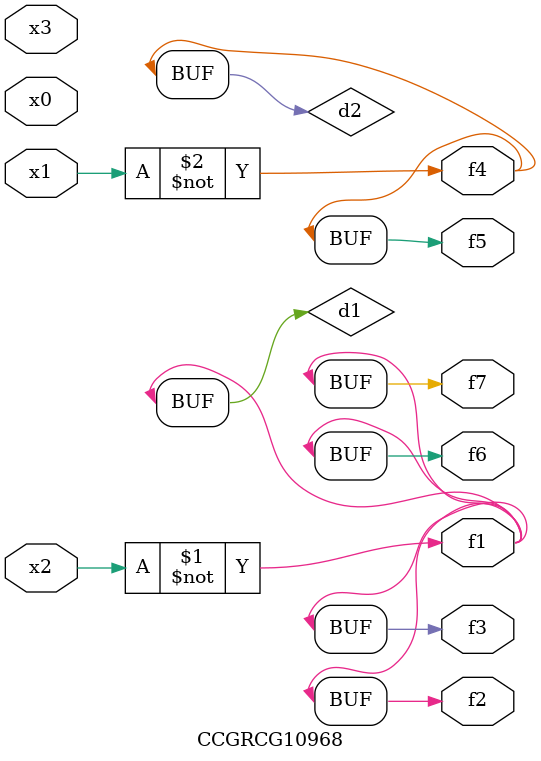
<source format=v>
module CCGRCG10968(
	input x0, x1, x2, x3,
	output f1, f2, f3, f4, f5, f6, f7
);

	wire d1, d2;

	xnor (d1, x2);
	not (d2, x1);
	assign f1 = d1;
	assign f2 = d1;
	assign f3 = d1;
	assign f4 = d2;
	assign f5 = d2;
	assign f6 = d1;
	assign f7 = d1;
endmodule

</source>
